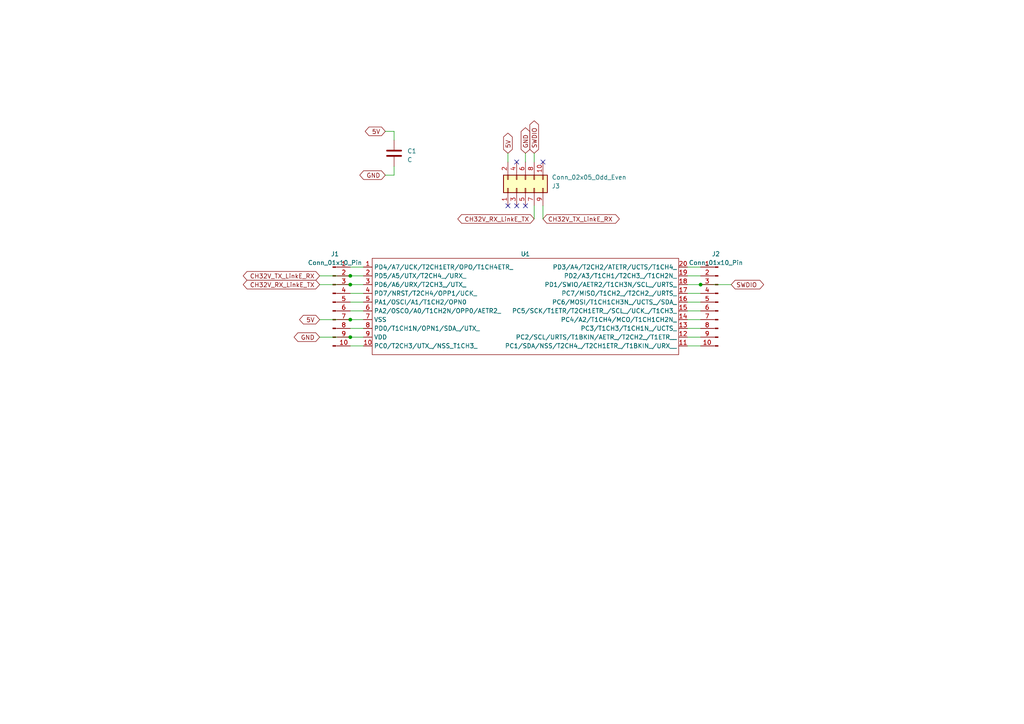
<source format=kicad_sch>
(kicad_sch (version 20230121) (generator eeschema)

  (uuid 9d751aa9-0056-4c35-bea3-4ff8ffad7fac)

  (paper "A4")

  (lib_symbols
    (symbol "CH32V003:CH32V003F4P6" (in_bom yes) (on_board yes)
      (property "Reference" "U" (at 0 1.27 0)
        (effects (font (size 1.27 1.27)))
      )
      (property "Value" "" (at 0 1.27 0)
        (effects (font (size 1.27 1.27)))
      )
      (property "Footprint" "" (at 0 1.27 0)
        (effects (font (size 1.27 1.27)) hide)
      )
      (property "Datasheet" "" (at 0 1.27 0)
        (effects (font (size 1.27 1.27)) hide)
      )
      (symbol "CH32V003F4P6_0_1"
        (rectangle (start -44.45 0) (end 44.45 -27.94)
          (stroke (width 0) (type default))
          (fill (type none))
        )
      )
      (symbol "CH32V003F4P6_1_1"
        (pin bidirectional line (at -46.99 -2.54 0) (length 2.54)
          (name "PD4/A7/UCK/T2CH1ETR/OPO/T1CH4ETR_" (effects (font (size 1.27 1.27))))
          (number "1" (effects (font (size 1.27 1.27))))
        )
        (pin bidirectional line (at -46.99 -25.4 0) (length 2.54)
          (name "PC0/T2CH3/UTX_/NSS_T1CH3_" (effects (font (size 1.27 1.27))))
          (number "10" (effects (font (size 1.27 1.27))))
        )
        (pin bidirectional line (at 46.99 -25.4 180) (length 2.54)
          (name "PC1/SDA/NSS/T2CH4_/T2CH1ETR_/T1BKIN_/URX__" (effects (font (size 1.27 1.27))))
          (number "11" (effects (font (size 1.27 1.27))))
        )
        (pin bidirectional line (at 46.99 -22.86 180) (length 2.54)
          (name "PC2/SCL/URTS/T1BKIN/AETR_/T2CH2_/T1ETR__" (effects (font (size 1.27 1.27))))
          (number "12" (effects (font (size 1.27 1.27))))
        )
        (pin bidirectional line (at 46.99 -20.32 180) (length 2.54)
          (name "PC3/T1CH3/T1CH1N_/UCTS_" (effects (font (size 1.27 1.27))))
          (number "13" (effects (font (size 1.27 1.27))))
        )
        (pin bidirectional line (at 46.99 -17.78 180) (length 2.54)
          (name "PC4/A2/T1CH4/MCO/T1CH1CH2N_" (effects (font (size 1.27 1.27))))
          (number "14" (effects (font (size 1.27 1.27))))
        )
        (pin bidirectional line (at 46.99 -15.24 180) (length 2.54)
          (name "PC5/SCK/T1ETR/T2CH1ETR_/SCL_/UCK_/T1CH3_" (effects (font (size 1.27 1.27))))
          (number "15" (effects (font (size 1.27 1.27))))
        )
        (pin bidirectional line (at 46.99 -12.7 180) (length 2.54)
          (name "PC6/MOSI/T1CH1CH3N_/UCTS_/SDA_" (effects (font (size 1.27 1.27))))
          (number "16" (effects (font (size 1.27 1.27))))
        )
        (pin bidirectional line (at 46.99 -10.16 180) (length 2.54)
          (name "PC7/MISO/T1CH2_/T2CH2_/URTS_" (effects (font (size 1.27 1.27))))
          (number "17" (effects (font (size 1.27 1.27))))
        )
        (pin bidirectional line (at 46.99 -7.62 180) (length 2.54)
          (name "PD1/SWIO/AETR2/T1CH3N/SCL_/URTS_" (effects (font (size 1.27 1.27))))
          (number "18" (effects (font (size 1.27 1.27))))
        )
        (pin bidirectional line (at 46.99 -5.08 180) (length 2.54)
          (name "PD2/A3/T1CH1/T2CH3_/T1CH2N_" (effects (font (size 1.27 1.27))))
          (number "19" (effects (font (size 1.27 1.27))))
        )
        (pin bidirectional line (at -46.99 -5.08 0) (length 2.54)
          (name "PD5/A5/UTX/T2CH4_/URX_" (effects (font (size 1.27 1.27))))
          (number "2" (effects (font (size 1.27 1.27))))
        )
        (pin bidirectional line (at 46.99 -2.54 180) (length 2.54)
          (name "PD3/A4/T2CH2/ATETR/UCTS/T1CH4_" (effects (font (size 1.27 1.27))))
          (number "20" (effects (font (size 1.27 1.27))))
        )
        (pin bidirectional line (at -46.99 -7.62 0) (length 2.54)
          (name "PD6/A6/URX/T2CH3_/UTX_" (effects (font (size 1.27 1.27))))
          (number "3" (effects (font (size 1.27 1.27))))
        )
        (pin bidirectional line (at -46.99 -10.16 0) (length 2.54)
          (name "PD7/NRST/T2CH4/OPP1/UCK_" (effects (font (size 1.27 1.27))))
          (number "4" (effects (font (size 1.27 1.27))))
        )
        (pin bidirectional line (at -46.99 -12.7 0) (length 2.54)
          (name "PA1/OSCI/A1/T1CH2/OPN0" (effects (font (size 1.27 1.27))))
          (number "5" (effects (font (size 1.27 1.27))))
        )
        (pin bidirectional line (at -46.99 -15.24 0) (length 2.54)
          (name "PA2/OSCO/A0/T1CH2N/OPP0/AETR2_" (effects (font (size 1.27 1.27))))
          (number "6" (effects (font (size 1.27 1.27))))
        )
        (pin power_in line (at -46.99 -17.78 0) (length 2.54)
          (name "VSS" (effects (font (size 1.27 1.27))))
          (number "7" (effects (font (size 1.27 1.27))))
        )
        (pin bidirectional line (at -46.99 -20.32 0) (length 2.54)
          (name "PD0/T1CH1N/OPN1/SDA_/UTX_" (effects (font (size 1.27 1.27))))
          (number "8" (effects (font (size 1.27 1.27))))
        )
        (pin power_in line (at -46.99 -22.86 0) (length 2.54)
          (name "VDD" (effects (font (size 1.27 1.27))))
          (number "9" (effects (font (size 1.27 1.27))))
        )
      )
    )
    (symbol "Connector:Conn_01x10_Pin" (pin_names (offset 1.016) hide) (in_bom yes) (on_board yes)
      (property "Reference" "J" (at 0 12.7 0)
        (effects (font (size 1.27 1.27)))
      )
      (property "Value" "Conn_01x10_Pin" (at 0 -15.24 0)
        (effects (font (size 1.27 1.27)))
      )
      (property "Footprint" "" (at 0 0 0)
        (effects (font (size 1.27 1.27)) hide)
      )
      (property "Datasheet" "~" (at 0 0 0)
        (effects (font (size 1.27 1.27)) hide)
      )
      (property "ki_locked" "" (at 0 0 0)
        (effects (font (size 1.27 1.27)))
      )
      (property "ki_keywords" "connector" (at 0 0 0)
        (effects (font (size 1.27 1.27)) hide)
      )
      (property "ki_description" "Generic connector, single row, 01x10, script generated" (at 0 0 0)
        (effects (font (size 1.27 1.27)) hide)
      )
      (property "ki_fp_filters" "Connector*:*_1x??_*" (at 0 0 0)
        (effects (font (size 1.27 1.27)) hide)
      )
      (symbol "Conn_01x10_Pin_1_1"
        (polyline
          (pts
            (xy 1.27 -12.7)
            (xy 0.8636 -12.7)
          )
          (stroke (width 0.1524) (type default))
          (fill (type none))
        )
        (polyline
          (pts
            (xy 1.27 -10.16)
            (xy 0.8636 -10.16)
          )
          (stroke (width 0.1524) (type default))
          (fill (type none))
        )
        (polyline
          (pts
            (xy 1.27 -7.62)
            (xy 0.8636 -7.62)
          )
          (stroke (width 0.1524) (type default))
          (fill (type none))
        )
        (polyline
          (pts
            (xy 1.27 -5.08)
            (xy 0.8636 -5.08)
          )
          (stroke (width 0.1524) (type default))
          (fill (type none))
        )
        (polyline
          (pts
            (xy 1.27 -2.54)
            (xy 0.8636 -2.54)
          )
          (stroke (width 0.1524) (type default))
          (fill (type none))
        )
        (polyline
          (pts
            (xy 1.27 0)
            (xy 0.8636 0)
          )
          (stroke (width 0.1524) (type default))
          (fill (type none))
        )
        (polyline
          (pts
            (xy 1.27 2.54)
            (xy 0.8636 2.54)
          )
          (stroke (width 0.1524) (type default))
          (fill (type none))
        )
        (polyline
          (pts
            (xy 1.27 5.08)
            (xy 0.8636 5.08)
          )
          (stroke (width 0.1524) (type default))
          (fill (type none))
        )
        (polyline
          (pts
            (xy 1.27 7.62)
            (xy 0.8636 7.62)
          )
          (stroke (width 0.1524) (type default))
          (fill (type none))
        )
        (polyline
          (pts
            (xy 1.27 10.16)
            (xy 0.8636 10.16)
          )
          (stroke (width 0.1524) (type default))
          (fill (type none))
        )
        (rectangle (start 0.8636 -12.573) (end 0 -12.827)
          (stroke (width 0.1524) (type default))
          (fill (type outline))
        )
        (rectangle (start 0.8636 -10.033) (end 0 -10.287)
          (stroke (width 0.1524) (type default))
          (fill (type outline))
        )
        (rectangle (start 0.8636 -7.493) (end 0 -7.747)
          (stroke (width 0.1524) (type default))
          (fill (type outline))
        )
        (rectangle (start 0.8636 -4.953) (end 0 -5.207)
          (stroke (width 0.1524) (type default))
          (fill (type outline))
        )
        (rectangle (start 0.8636 -2.413) (end 0 -2.667)
          (stroke (width 0.1524) (type default))
          (fill (type outline))
        )
        (rectangle (start 0.8636 0.127) (end 0 -0.127)
          (stroke (width 0.1524) (type default))
          (fill (type outline))
        )
        (rectangle (start 0.8636 2.667) (end 0 2.413)
          (stroke (width 0.1524) (type default))
          (fill (type outline))
        )
        (rectangle (start 0.8636 5.207) (end 0 4.953)
          (stroke (width 0.1524) (type default))
          (fill (type outline))
        )
        (rectangle (start 0.8636 7.747) (end 0 7.493)
          (stroke (width 0.1524) (type default))
          (fill (type outline))
        )
        (rectangle (start 0.8636 10.287) (end 0 10.033)
          (stroke (width 0.1524) (type default))
          (fill (type outline))
        )
        (pin passive line (at 5.08 10.16 180) (length 3.81)
          (name "Pin_1" (effects (font (size 1.27 1.27))))
          (number "1" (effects (font (size 1.27 1.27))))
        )
        (pin passive line (at 5.08 -12.7 180) (length 3.81)
          (name "Pin_10" (effects (font (size 1.27 1.27))))
          (number "10" (effects (font (size 1.27 1.27))))
        )
        (pin passive line (at 5.08 7.62 180) (length 3.81)
          (name "Pin_2" (effects (font (size 1.27 1.27))))
          (number "2" (effects (font (size 1.27 1.27))))
        )
        (pin passive line (at 5.08 5.08 180) (length 3.81)
          (name "Pin_3" (effects (font (size 1.27 1.27))))
          (number "3" (effects (font (size 1.27 1.27))))
        )
        (pin passive line (at 5.08 2.54 180) (length 3.81)
          (name "Pin_4" (effects (font (size 1.27 1.27))))
          (number "4" (effects (font (size 1.27 1.27))))
        )
        (pin passive line (at 5.08 0 180) (length 3.81)
          (name "Pin_5" (effects (font (size 1.27 1.27))))
          (number "5" (effects (font (size 1.27 1.27))))
        )
        (pin passive line (at 5.08 -2.54 180) (length 3.81)
          (name "Pin_6" (effects (font (size 1.27 1.27))))
          (number "6" (effects (font (size 1.27 1.27))))
        )
        (pin passive line (at 5.08 -5.08 180) (length 3.81)
          (name "Pin_7" (effects (font (size 1.27 1.27))))
          (number "7" (effects (font (size 1.27 1.27))))
        )
        (pin passive line (at 5.08 -7.62 180) (length 3.81)
          (name "Pin_8" (effects (font (size 1.27 1.27))))
          (number "8" (effects (font (size 1.27 1.27))))
        )
        (pin passive line (at 5.08 -10.16 180) (length 3.81)
          (name "Pin_9" (effects (font (size 1.27 1.27))))
          (number "9" (effects (font (size 1.27 1.27))))
        )
      )
    )
    (symbol "Connector_Generic:Conn_02x05_Odd_Even" (pin_names (offset 1.016) hide) (in_bom yes) (on_board yes)
      (property "Reference" "J" (at 1.27 7.62 0)
        (effects (font (size 1.27 1.27)))
      )
      (property "Value" "Conn_02x05_Odd_Even" (at 1.27 -7.62 0)
        (effects (font (size 1.27 1.27)))
      )
      (property "Footprint" "" (at 0 0 0)
        (effects (font (size 1.27 1.27)) hide)
      )
      (property "Datasheet" "~" (at 0 0 0)
        (effects (font (size 1.27 1.27)) hide)
      )
      (property "ki_keywords" "connector" (at 0 0 0)
        (effects (font (size 1.27 1.27)) hide)
      )
      (property "ki_description" "Generic connector, double row, 02x05, odd/even pin numbering scheme (row 1 odd numbers, row 2 even numbers), script generated (kicad-library-utils/schlib/autogen/connector/)" (at 0 0 0)
        (effects (font (size 1.27 1.27)) hide)
      )
      (property "ki_fp_filters" "Connector*:*_2x??_*" (at 0 0 0)
        (effects (font (size 1.27 1.27)) hide)
      )
      (symbol "Conn_02x05_Odd_Even_1_1"
        (rectangle (start -1.27 -4.953) (end 0 -5.207)
          (stroke (width 0.1524) (type default))
          (fill (type none))
        )
        (rectangle (start -1.27 -2.413) (end 0 -2.667)
          (stroke (width 0.1524) (type default))
          (fill (type none))
        )
        (rectangle (start -1.27 0.127) (end 0 -0.127)
          (stroke (width 0.1524) (type default))
          (fill (type none))
        )
        (rectangle (start -1.27 2.667) (end 0 2.413)
          (stroke (width 0.1524) (type default))
          (fill (type none))
        )
        (rectangle (start -1.27 5.207) (end 0 4.953)
          (stroke (width 0.1524) (type default))
          (fill (type none))
        )
        (rectangle (start -1.27 6.35) (end 3.81 -6.35)
          (stroke (width 0.254) (type default))
          (fill (type background))
        )
        (rectangle (start 3.81 -4.953) (end 2.54 -5.207)
          (stroke (width 0.1524) (type default))
          (fill (type none))
        )
        (rectangle (start 3.81 -2.413) (end 2.54 -2.667)
          (stroke (width 0.1524) (type default))
          (fill (type none))
        )
        (rectangle (start 3.81 0.127) (end 2.54 -0.127)
          (stroke (width 0.1524) (type default))
          (fill (type none))
        )
        (rectangle (start 3.81 2.667) (end 2.54 2.413)
          (stroke (width 0.1524) (type default))
          (fill (type none))
        )
        (rectangle (start 3.81 5.207) (end 2.54 4.953)
          (stroke (width 0.1524) (type default))
          (fill (type none))
        )
        (pin passive line (at -5.08 5.08 0) (length 3.81)
          (name "Pin_1" (effects (font (size 1.27 1.27))))
          (number "1" (effects (font (size 1.27 1.27))))
        )
        (pin passive line (at 7.62 -5.08 180) (length 3.81)
          (name "Pin_10" (effects (font (size 1.27 1.27))))
          (number "10" (effects (font (size 1.27 1.27))))
        )
        (pin passive line (at 7.62 5.08 180) (length 3.81)
          (name "Pin_2" (effects (font (size 1.27 1.27))))
          (number "2" (effects (font (size 1.27 1.27))))
        )
        (pin passive line (at -5.08 2.54 0) (length 3.81)
          (name "Pin_3" (effects (font (size 1.27 1.27))))
          (number "3" (effects (font (size 1.27 1.27))))
        )
        (pin passive line (at 7.62 2.54 180) (length 3.81)
          (name "Pin_4" (effects (font (size 1.27 1.27))))
          (number "4" (effects (font (size 1.27 1.27))))
        )
        (pin passive line (at -5.08 0 0) (length 3.81)
          (name "Pin_5" (effects (font (size 1.27 1.27))))
          (number "5" (effects (font (size 1.27 1.27))))
        )
        (pin passive line (at 7.62 0 180) (length 3.81)
          (name "Pin_6" (effects (font (size 1.27 1.27))))
          (number "6" (effects (font (size 1.27 1.27))))
        )
        (pin passive line (at -5.08 -2.54 0) (length 3.81)
          (name "Pin_7" (effects (font (size 1.27 1.27))))
          (number "7" (effects (font (size 1.27 1.27))))
        )
        (pin passive line (at 7.62 -2.54 180) (length 3.81)
          (name "Pin_8" (effects (font (size 1.27 1.27))))
          (number "8" (effects (font (size 1.27 1.27))))
        )
        (pin passive line (at -5.08 -5.08 0) (length 3.81)
          (name "Pin_9" (effects (font (size 1.27 1.27))))
          (number "9" (effects (font (size 1.27 1.27))))
        )
      )
    )
    (symbol "Device:C" (pin_numbers hide) (pin_names (offset 0.254)) (in_bom yes) (on_board yes)
      (property "Reference" "C" (at 0.635 2.54 0)
        (effects (font (size 1.27 1.27)) (justify left))
      )
      (property "Value" "C" (at 0.635 -2.54 0)
        (effects (font (size 1.27 1.27)) (justify left))
      )
      (property "Footprint" "" (at 0.9652 -3.81 0)
        (effects (font (size 1.27 1.27)) hide)
      )
      (property "Datasheet" "~" (at 0 0 0)
        (effects (font (size 1.27 1.27)) hide)
      )
      (property "ki_keywords" "cap capacitor" (at 0 0 0)
        (effects (font (size 1.27 1.27)) hide)
      )
      (property "ki_description" "Unpolarized capacitor" (at 0 0 0)
        (effects (font (size 1.27 1.27)) hide)
      )
      (property "ki_fp_filters" "C_*" (at 0 0 0)
        (effects (font (size 1.27 1.27)) hide)
      )
      (symbol "C_0_1"
        (polyline
          (pts
            (xy -2.032 -0.762)
            (xy 2.032 -0.762)
          )
          (stroke (width 0.508) (type default))
          (fill (type none))
        )
        (polyline
          (pts
            (xy -2.032 0.762)
            (xy 2.032 0.762)
          )
          (stroke (width 0.508) (type default))
          (fill (type none))
        )
      )
      (symbol "C_1_1"
        (pin passive line (at 0 3.81 270) (length 2.794)
          (name "~" (effects (font (size 1.27 1.27))))
          (number "1" (effects (font (size 1.27 1.27))))
        )
        (pin passive line (at 0 -3.81 90) (length 2.794)
          (name "~" (effects (font (size 1.27 1.27))))
          (number "2" (effects (font (size 1.27 1.27))))
        )
      )
    )
  )

  (junction (at 203.2 82.55) (diameter 0) (color 0 0 0 0)
    (uuid 2a2396ac-931d-4373-93dd-d01cf0f3fcb7)
  )
  (junction (at 101.6 97.79) (diameter 0) (color 0 0 0 0)
    (uuid 35ca094e-40d5-4b53-99bd-ea60e0ef9e7e)
  )
  (junction (at 101.6 82.55) (diameter 0) (color 0 0 0 0)
    (uuid ab77d7bc-47a2-4e77-b7c9-7d0d2f90cea7)
  )
  (junction (at 101.6 80.01) (diameter 0) (color 0 0 0 0)
    (uuid c2a5c8bd-1abf-4f94-ab62-c92184161d1b)
  )
  (junction (at 101.6 92.71) (diameter 0) (color 0 0 0 0)
    (uuid ef19b6d1-62ca-49a3-94a6-026e6eb87c37)
  )

  (no_connect (at 149.86 46.99) (uuid 074bd3e3-788d-4299-8720-17e9427fe5c5))
  (no_connect (at 152.4 59.69) (uuid 3545659d-a2bf-47a8-81a0-663791274c7c))
  (no_connect (at 149.86 59.69) (uuid 492e4eb8-1e84-40b8-a72a-1b9bc3efbd05))
  (no_connect (at 157.48 46.99) (uuid 6208d2c6-84c7-4823-822e-4727fa0b0704))
  (no_connect (at 147.32 59.69) (uuid c554e860-91f9-4fba-9bfd-1cf90892c180))

  (wire (pts (xy 101.6 92.71) (xy 105.41 92.71))
    (stroke (width 0) (type default))
    (uuid 06dbc929-f3b4-41c1-895a-1fff1c9e0bae)
  )
  (wire (pts (xy 114.3 40.64) (xy 114.3 38.1))
    (stroke (width 0) (type default))
    (uuid 0e882df6-64c1-4e47-a25e-ba17d29bb0dc)
  )
  (wire (pts (xy 154.94 59.69) (xy 154.94 63.5))
    (stroke (width 0) (type default))
    (uuid 0f875894-d7f2-49cc-b073-e4360d857ee9)
  )
  (wire (pts (xy 101.6 80.01) (xy 92.71 80.01))
    (stroke (width 0) (type default))
    (uuid 2e9a1c5e-68e0-463e-8d2e-6cd5058ac4ae)
  )
  (wire (pts (xy 147.32 44.45) (xy 147.32 46.99))
    (stroke (width 0) (type default))
    (uuid 34410b43-e7d9-4efd-8229-57599ba40ff7)
  )
  (wire (pts (xy 101.6 82.55) (xy 105.41 82.55))
    (stroke (width 0) (type default))
    (uuid 3540e00f-aa30-443f-8d37-4a65af2d23bb)
  )
  (wire (pts (xy 101.6 85.09) (xy 105.41 85.09))
    (stroke (width 0) (type default))
    (uuid 393e9141-b3ab-44db-aeb4-326d2f822804)
  )
  (wire (pts (xy 114.3 48.26) (xy 114.3 50.8))
    (stroke (width 0) (type default))
    (uuid 3ae234e2-55f1-4654-a114-e625930f4a64)
  )
  (wire (pts (xy 199.39 87.63) (xy 203.2 87.63))
    (stroke (width 0) (type default))
    (uuid 417d8f19-87e2-4978-ac96-8b9673c6b812)
  )
  (wire (pts (xy 101.6 100.33) (xy 105.41 100.33))
    (stroke (width 0) (type default))
    (uuid 45b98a7f-2511-42eb-b57f-065c71a3e849)
  )
  (wire (pts (xy 154.94 44.45) (xy 154.94 46.99))
    (stroke (width 0) (type default))
    (uuid 4b754c73-7b2b-4c70-9ab0-56f9993f1457)
  )
  (wire (pts (xy 114.3 50.8) (xy 111.76 50.8))
    (stroke (width 0) (type default))
    (uuid 4ec9a435-fd3f-4a01-bd85-4756d1d19caa)
  )
  (wire (pts (xy 101.6 87.63) (xy 105.41 87.63))
    (stroke (width 0) (type default))
    (uuid 5bd798eb-e7d0-416f-a752-495cbf5df2ed)
  )
  (wire (pts (xy 101.6 77.47) (xy 105.41 77.47))
    (stroke (width 0) (type default))
    (uuid 63ac4094-9ca1-41ed-8cdd-777fc3d4acda)
  )
  (wire (pts (xy 199.39 100.33) (xy 203.2 100.33))
    (stroke (width 0) (type default))
    (uuid 652ccaf4-3864-488c-adc3-00adc4238ea4)
  )
  (wire (pts (xy 157.48 59.69) (xy 157.48 63.5))
    (stroke (width 0) (type default))
    (uuid 73655723-2e3c-49bb-9325-27d0279cae31)
  )
  (wire (pts (xy 203.2 82.55) (xy 212.09 82.55))
    (stroke (width 0) (type default))
    (uuid 9616532e-bdac-42f8-bf55-72dd1a0f8d8a)
  )
  (wire (pts (xy 92.71 97.79) (xy 101.6 97.79))
    (stroke (width 0) (type default))
    (uuid 9be6a757-b1fd-4543-b0a0-3aa06570757a)
  )
  (wire (pts (xy 199.39 85.09) (xy 203.2 85.09))
    (stroke (width 0) (type default))
    (uuid 9db9c138-df9a-4447-a452-42cb281d3419)
  )
  (wire (pts (xy 101.6 82.55) (xy 92.71 82.55))
    (stroke (width 0) (type default))
    (uuid 9ddcb94a-9fbd-4851-b560-a7a3e6eb2baf)
  )
  (wire (pts (xy 101.6 97.79) (xy 105.41 97.79))
    (stroke (width 0) (type default))
    (uuid aa349ed1-94fe-49f6-b15d-c9f5f9347557)
  )
  (wire (pts (xy 199.39 82.55) (xy 203.2 82.55))
    (stroke (width 0) (type default))
    (uuid aac893a2-c210-4efa-9a6e-8acac5e1b3c6)
  )
  (wire (pts (xy 199.39 92.71) (xy 203.2 92.71))
    (stroke (width 0) (type default))
    (uuid c5c5ab24-a828-46d0-bbed-8539caf63b79)
  )
  (wire (pts (xy 111.76 38.1) (xy 114.3 38.1))
    (stroke (width 0) (type default))
    (uuid c8c90f4a-a1dc-4bde-91ad-b285d929d86f)
  )
  (wire (pts (xy 101.6 90.17) (xy 105.41 90.17))
    (stroke (width 0) (type default))
    (uuid d731f6f2-6ae8-47cb-8f5e-238413699c9b)
  )
  (wire (pts (xy 101.6 95.25) (xy 105.41 95.25))
    (stroke (width 0) (type default))
    (uuid d82385f5-ac47-462a-a348-166eeddd789d)
  )
  (wire (pts (xy 199.39 77.47) (xy 203.2 77.47))
    (stroke (width 0) (type default))
    (uuid dd7ba416-06fe-488f-9890-ac1932966297)
  )
  (wire (pts (xy 92.71 92.71) (xy 101.6 92.71))
    (stroke (width 0) (type default))
    (uuid df066b3c-81e2-4b88-960b-83d27e1c6a5a)
  )
  (wire (pts (xy 152.4 44.45) (xy 152.4 46.99))
    (stroke (width 0) (type default))
    (uuid e8c1d281-6465-44bc-97c7-2bd417201554)
  )
  (wire (pts (xy 199.39 97.79) (xy 203.2 97.79))
    (stroke (width 0) (type default))
    (uuid ea2f4524-6f6e-49dd-95ec-327ada78a77e)
  )
  (wire (pts (xy 199.39 95.25) (xy 203.2 95.25))
    (stroke (width 0) (type default))
    (uuid eb83d464-80e1-462a-a7ad-5753c86ddf38)
  )
  (wire (pts (xy 199.39 90.17) (xy 203.2 90.17))
    (stroke (width 0) (type default))
    (uuid f717bc31-2025-436f-96f6-3a7c75ab05bf)
  )
  (wire (pts (xy 101.6 80.01) (xy 105.41 80.01))
    (stroke (width 0) (type default))
    (uuid fbca1c57-4ebe-4c19-94e4-b750715e7746)
  )
  (wire (pts (xy 199.39 80.01) (xy 203.2 80.01))
    (stroke (width 0) (type default))
    (uuid fd273e15-6612-4433-acc8-f93ec0970a60)
  )

  (global_label "SWDIO" (shape bidirectional) (at 154.94 44.45 90) (fields_autoplaced)
    (effects (font (size 1.27 1.27)) (justify left))
    (uuid 2ab3900a-d1c1-4dc8-9776-c2b1755f99c7)
    (property "Intersheetrefs" "${INTERSHEET_REFS}" (at 154.94 34.5667 90)
      (effects (font (size 1.27 1.27)) (justify left) hide)
    )
  )
  (global_label "CH32V_RX_LinkE_TX" (shape bidirectional) (at 154.94 63.5 180) (fields_autoplaced)
    (effects (font (size 1.27 1.27)) (justify right))
    (uuid 42894fb7-3b00-42c1-bb2b-4b4b23ca0de6)
    (property "Intersheetrefs" "${INTERSHEET_REFS}" (at 132.2964 63.5 0)
      (effects (font (size 1.27 1.27)) (justify right) hide)
    )
  )
  (global_label "CH32V_TX_LinkE_RX" (shape bidirectional) (at 92.71 80.01 180) (fields_autoplaced)
    (effects (font (size 1.27 1.27)) (justify right))
    (uuid 455be01c-8fbd-4cfa-9b7c-bca787b363f4)
    (property "Intersheetrefs" "${INTERSHEET_REFS}" (at 70.0664 80.01 0)
      (effects (font (size 1.27 1.27)) (justify right) hide)
    )
  )
  (global_label "5V" (shape bidirectional) (at 147.32 44.45 90) (fields_autoplaced)
    (effects (font (size 1.27 1.27)) (justify left))
    (uuid 55571499-c93e-46e6-9e52-aab7af150a1f)
    (property "Intersheetrefs" "${INTERSHEET_REFS}" (at 147.32 38.1348 90)
      (effects (font (size 1.27 1.27)) (justify left) hide)
    )
  )
  (global_label "CH32V_RX_LinkE_TX" (shape bidirectional) (at 92.71 82.55 180) (fields_autoplaced)
    (effects (font (size 1.27 1.27)) (justify right))
    (uuid 642b7740-b3c8-464a-8135-8f4aea48fa86)
    (property "Intersheetrefs" "${INTERSHEET_REFS}" (at 70.0664 82.55 0)
      (effects (font (size 1.27 1.27)) (justify right) hide)
    )
  )
  (global_label "5V" (shape bidirectional) (at 111.76 38.1 180) (fields_autoplaced)
    (effects (font (size 1.27 1.27)) (justify right))
    (uuid 666796b8-454d-4c58-b18d-1ee40c203b86)
    (property "Intersheetrefs" "${INTERSHEET_REFS}" (at 105.4448 38.1 0)
      (effects (font (size 1.27 1.27)) (justify right) hide)
    )
  )
  (global_label "5V" (shape bidirectional) (at 92.71 92.71 180) (fields_autoplaced)
    (effects (font (size 1.27 1.27)) (justify right))
    (uuid 764cfda5-2ba2-4992-aecb-4675216f5bac)
    (property "Intersheetrefs" "${INTERSHEET_REFS}" (at 86.3948 92.71 0)
      (effects (font (size 1.27 1.27)) (justify right) hide)
    )
  )
  (global_label "GND" (shape bidirectional) (at 152.4 44.45 90) (fields_autoplaced)
    (effects (font (size 1.27 1.27)) (justify left))
    (uuid b8a158bf-1fcb-4f38-b437-f0b1f13e2817)
    (property "Intersheetrefs" "${INTERSHEET_REFS}" (at 152.4 36.5624 90)
      (effects (font (size 1.27 1.27)) (justify left) hide)
    )
  )
  (global_label "GND" (shape bidirectional) (at 92.71 97.79 180) (fields_autoplaced)
    (effects (font (size 1.27 1.27)) (justify right))
    (uuid e5aa2bca-4a54-438a-a588-c40c6a7037b8)
    (property "Intersheetrefs" "${INTERSHEET_REFS}" (at 84.8224 97.79 0)
      (effects (font (size 1.27 1.27)) (justify right) hide)
    )
  )
  (global_label "SWDIO" (shape bidirectional) (at 212.09 82.55 0) (fields_autoplaced)
    (effects (font (size 1.27 1.27)) (justify left))
    (uuid eded5906-f26e-4262-9616-20cac1d6b90c)
    (property "Intersheetrefs" "${INTERSHEET_REFS}" (at 221.9733 82.55 0)
      (effects (font (size 1.27 1.27)) (justify left) hide)
    )
  )
  (global_label "CH32V_TX_LinkE_RX" (shape bidirectional) (at 157.48 63.5 0) (fields_autoplaced)
    (effects (font (size 1.27 1.27)) (justify left))
    (uuid f63ac7bd-9cb9-423e-be73-0431d31f26d0)
    (property "Intersheetrefs" "${INTERSHEET_REFS}" (at 180.1236 63.5 0)
      (effects (font (size 1.27 1.27)) (justify left) hide)
    )
  )
  (global_label "GND" (shape bidirectional) (at 111.76 50.8 180) (fields_autoplaced)
    (effects (font (size 1.27 1.27)) (justify right))
    (uuid fb603de6-a442-4650-95a4-8867a7ac570d)
    (property "Intersheetrefs" "${INTERSHEET_REFS}" (at 103.8724 50.8 0)
      (effects (font (size 1.27 1.27)) (justify right) hide)
    )
  )

  (symbol (lib_id "Connector:Conn_01x10_Pin") (at 96.52 87.63 0) (unit 1)
    (in_bom yes) (on_board yes) (dnp no) (fields_autoplaced)
    (uuid 3b864aff-3463-481b-801f-840e0f98cd15)
    (property "Reference" "J1" (at 97.155 73.66 0)
      (effects (font (size 1.27 1.27)))
    )
    (property "Value" "Conn_01x10_Pin" (at 97.155 76.2 0)
      (effects (font (size 1.27 1.27)))
    )
    (property "Footprint" "Connector_PinHeader_2.54mm:PinHeader_1x10_P2.54mm_Vertical" (at 96.52 87.63 0)
      (effects (font (size 1.27 1.27)) hide)
    )
    (property "Datasheet" "~" (at 96.52 87.63 0)
      (effects (font (size 1.27 1.27)) hide)
    )
    (pin "1" (uuid 4efb858a-184a-40d6-87c0-c6d080b27735))
    (pin "10" (uuid 4e062158-533f-4365-9f88-a642b6ae400e))
    (pin "2" (uuid d1567aee-6394-4a74-ab80-1f0ffc2bfa76))
    (pin "3" (uuid 3433e4fa-d02a-4f07-9abb-2bf5792d73f9))
    (pin "4" (uuid 455c0531-2a6d-4503-ae4c-d1ae616646b9))
    (pin "5" (uuid 91fee28a-66f7-41af-8a01-f201b73f652b))
    (pin "6" (uuid 22340309-3e0c-463e-af22-a6b0ec617643))
    (pin "7" (uuid a9ec0ee3-b225-4438-9df7-b9913ccde978))
    (pin "8" (uuid 03c1e354-f5b0-4e62-9864-46c0a09437b6))
    (pin "9" (uuid 9832b5db-0f25-4167-bf8b-b492751d6b51))
    (instances
      (project "CH32V003F4P6_BreakoutBoard"
        (path "/9d751aa9-0056-4c35-bea3-4ff8ffad7fac"
          (reference "J1") (unit 1)
        )
      )
    )
  )

  (symbol (lib_id "Connector_Generic:Conn_02x05_Odd_Even") (at 152.4 54.61 90) (unit 1)
    (in_bom yes) (on_board yes) (dnp no)
    (uuid 8be66f19-78d2-48f7-b55c-396c25d8bc16)
    (property "Reference" "J3" (at 160.02 53.975 90)
      (effects (font (size 1.27 1.27)) (justify right))
    )
    (property "Value" "Conn_02x05_Odd_Even" (at 160.02 51.435 90)
      (effects (font (size 1.27 1.27)) (justify right))
    )
    (property "Footprint" "Connector_PinHeader_2.54mm:PinHeader_2x05_P2.54mm_Vertical" (at 152.4 54.61 0)
      (effects (font (size 1.27 1.27)) hide)
    )
    (property "Datasheet" "~" (at 152.4 54.61 0)
      (effects (font (size 1.27 1.27)) hide)
    )
    (pin "1" (uuid 38b19047-416d-4a47-8699-10dc3966d141))
    (pin "10" (uuid bfee4ee7-25b4-442d-ba46-8c2bfe192014))
    (pin "2" (uuid 4f454f45-574d-44e2-8437-8f8e50fe7a34))
    (pin "3" (uuid 36685335-40b2-4604-8e3d-b20c420f3035))
    (pin "4" (uuid 80e31c0a-3fb7-40ed-8825-edf9b4645ec6))
    (pin "5" (uuid f7ab9e19-18eb-4167-85c2-97908758f879))
    (pin "6" (uuid e787d12f-6ee2-4854-ae86-57745e0987f6))
    (pin "7" (uuid d03932da-1949-406f-afe2-6721f7ae81bd))
    (pin "8" (uuid 91568c53-4f08-4e55-bd36-bcda0feb1c70))
    (pin "9" (uuid d78ec111-7b01-4306-8a4c-689dc05d2bf4))
    (instances
      (project "CH32V003F4P6_BreakoutBoard"
        (path "/9d751aa9-0056-4c35-bea3-4ff8ffad7fac"
          (reference "J3") (unit 1)
        )
      )
    )
  )

  (symbol (lib_id "Connector:Conn_01x10_Pin") (at 208.28 87.63 0) (mirror y) (unit 1)
    (in_bom yes) (on_board yes) (dnp no)
    (uuid 94150e50-45c0-410a-bccf-c417df8e73df)
    (property "Reference" "J2" (at 207.645 73.66 0)
      (effects (font (size 1.27 1.27)))
    )
    (property "Value" "Conn_01x10_Pin" (at 207.645 76.2 0)
      (effects (font (size 1.27 1.27)))
    )
    (property "Footprint" "Connector_PinHeader_2.54mm:PinHeader_1x10_P2.54mm_Vertical" (at 208.28 87.63 0)
      (effects (font (size 1.27 1.27)) hide)
    )
    (property "Datasheet" "~" (at 208.28 87.63 0)
      (effects (font (size 1.27 1.27)) hide)
    )
    (pin "1" (uuid 2c7c348b-2a81-47c0-803e-461a3ac9a888))
    (pin "10" (uuid 30fc22d3-c9c6-44f2-8971-603f2d301458))
    (pin "2" (uuid 7813dde3-f8b1-4855-bb82-972c977d9880))
    (pin "3" (uuid 872f8af7-6450-4349-9ca8-27af3623b530))
    (pin "4" (uuid dd1a3608-fa65-40cd-8741-ffb71c2a55f8))
    (pin "5" (uuid a10fa838-c7ff-4039-80f6-529da388e4ee))
    (pin "6" (uuid 44b8c7fc-a23d-41ff-ba1c-17f9945dd793))
    (pin "7" (uuid 61451771-36f9-4acd-98c1-dbfbb059798b))
    (pin "8" (uuid 6f9e9b58-6ab9-4e86-ad69-72c09e0d7eb5))
    (pin "9" (uuid 194d1dae-04eb-4cfb-b62b-6de3422b72e4))
    (instances
      (project "CH32V003F4P6_BreakoutBoard"
        (path "/9d751aa9-0056-4c35-bea3-4ff8ffad7fac"
          (reference "J2") (unit 1)
        )
      )
    )
  )

  (symbol (lib_id "CH32V003:CH32V003F4P6") (at 152.4 74.93 0) (unit 1)
    (in_bom yes) (on_board yes) (dnp no) (fields_autoplaced)
    (uuid d572375c-a2a9-4d91-9c11-e780f66c85da)
    (property "Reference" "U1" (at 152.4 73.66 0)
      (effects (font (size 1.27 1.27)))
    )
    (property "Value" "~" (at 152.4 73.66 0)
      (effects (font (size 1.27 1.27)))
    )
    (property "Footprint" "Package_SO:SSOP-20_4.4x6.5mm_P0.65mm" (at 152.4 73.66 0)
      (effects (font (size 1.27 1.27)) hide)
    )
    (property "Datasheet" "" (at 152.4 73.66 0)
      (effects (font (size 1.27 1.27)) hide)
    )
    (pin "1" (uuid c11d390e-cbc8-4749-8162-464e3237afce))
    (pin "10" (uuid ceb03335-3cfc-4a43-958a-e5ebe7f00579))
    (pin "11" (uuid 0b3e3d4b-0253-41a4-9fe7-28309030024c))
    (pin "12" (uuid 96c52145-e2cb-4914-af48-64d1b26f3e81))
    (pin "13" (uuid 9834c9ee-32a3-4100-829b-fb6ab32bd17a))
    (pin "14" (uuid 2d6a09db-755b-4219-ae81-5152ecdc9d28))
    (pin "15" (uuid 3958e4af-acf5-44c6-9a85-e0b835221c47))
    (pin "16" (uuid 7d17a6b1-3a9b-4b02-81ec-ae5480560f60))
    (pin "17" (uuid b27acaf6-0a7f-4634-b719-75cf4d459df7))
    (pin "18" (uuid 7570951f-38fb-49cc-afcd-c243eb22f3d5))
    (pin "19" (uuid f30ed926-faa5-4800-acac-fc55c125406e))
    (pin "2" (uuid 5728e6db-badf-4f35-b1f2-d8e4b5522243))
    (pin "20" (uuid 787799a3-3fe4-48bb-b599-9c3e7d2c4e24))
    (pin "3" (uuid fa58bc08-7ed6-4452-aa69-09f56e864863))
    (pin "4" (uuid 719abe6c-dcf6-447e-9b58-2d1358ca5b8b))
    (pin "5" (uuid 58483e38-b470-4cec-a513-25fab91f0f5f))
    (pin "6" (uuid 83d1ee71-de07-4b8d-8e4d-02bd4afeaa58))
    (pin "7" (uuid 0de7eac1-40b2-4201-bbaa-83cd57a37c72))
    (pin "8" (uuid 8e0b91a3-27fa-40a4-901b-22c7364164d3))
    (pin "9" (uuid 65e902c4-f0b8-4dde-9eec-f42d0a7df9ad))
    (instances
      (project "CH32V003F4P6_BreakoutBoard"
        (path "/9d751aa9-0056-4c35-bea3-4ff8ffad7fac"
          (reference "U1") (unit 1)
        )
      )
    )
  )

  (symbol (lib_id "Device:C") (at 114.3 44.45 0) (unit 1)
    (in_bom yes) (on_board yes) (dnp no) (fields_autoplaced)
    (uuid ff88573d-c9e8-4cdd-9aaa-a0d306398145)
    (property "Reference" "C1" (at 118.11 43.815 0)
      (effects (font (size 1.27 1.27)) (justify left))
    )
    (property "Value" "C" (at 118.11 46.355 0)
      (effects (font (size 1.27 1.27)) (justify left))
    )
    (property "Footprint" "Capacitor_SMD:C_0603_1608Metric" (at 115.2652 48.26 0)
      (effects (font (size 1.27 1.27)) hide)
    )
    (property "Datasheet" "~" (at 114.3 44.45 0)
      (effects (font (size 1.27 1.27)) hide)
    )
    (pin "1" (uuid 205751bc-d8d7-44cc-b2ec-82d7e07681b1))
    (pin "2" (uuid 5258cced-4db7-4e7d-86ec-cdfdbfcb27c8))
    (instances
      (project "CH32V003F4P6_BreakoutBoard"
        (path "/9d751aa9-0056-4c35-bea3-4ff8ffad7fac"
          (reference "C1") (unit 1)
        )
      )
    )
  )

  (sheet_instances
    (path "/" (page "1"))
  )
)

</source>
